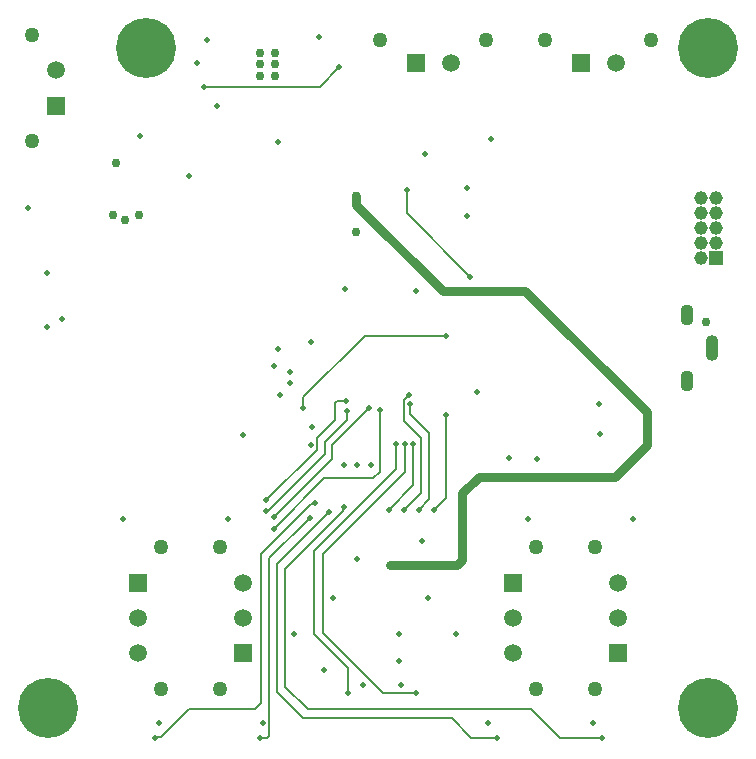
<source format=gbr>
%TF.GenerationSoftware,Altium Limited,Altium Designer,24.5.2 (23)*%
G04 Layer_Physical_Order=4*
G04 Layer_Color=16711680*
%FSLAX45Y45*%
%MOMM*%
%TF.SameCoordinates,627A3E5C-85DC-498E-B9C8-82595492641C*%
%TF.FilePolarity,Positive*%
%TF.FileFunction,Copper,L4,Bot,Signal*%
%TF.Part,Single*%
G01*
G75*
%TA.AperFunction,Conductor*%
%ADD41C,0.76200*%
%ADD42C,0.20320*%
%TA.AperFunction,ViaPad*%
%ADD53C,5.08000*%
%TA.AperFunction,ComponentPad*%
%ADD54C,1.52000*%
%ADD55C,1.27000*%
%ADD56R,1.52000X1.52000*%
%ADD57R,1.15800X1.15800*%
%ADD58C,1.15800*%
%ADD59R,1.52000X1.52000*%
%ADD60O,1.10000X2.20000*%
%ADD61O,1.10000X1.80000*%
%TA.AperFunction,ViaPad*%
%ADD62C,0.50000*%
%ADD63C,0.76200*%
D41*
X3276600Y1587500D02*
X3841563D01*
X3886200Y1632137D02*
Y2197100D01*
X3841563Y1587500D02*
X3886200Y1632137D01*
X5448300Y2603500D02*
Y2882900D01*
X4025900Y2336800D02*
X5181600D01*
X5448300Y2603500D01*
X3721100Y3911600D02*
X4419600D01*
X5448300Y2882900D01*
X3886200Y2197100D02*
X4025900Y2336800D01*
X2989580Y4643120D02*
X3721100Y3911600D01*
X2989580Y4643120D02*
Y4719320D01*
D42*
X2387600Y558800D02*
Y1559560D01*
X2578100Y368300D02*
X4470400D01*
X2387600Y558800D02*
X2578100Y368300D01*
X2707640Y1018540D02*
Y1681480D01*
Y1018540D02*
X3218180Y508000D01*
X3492500D01*
X3416300Y4569460D02*
Y4767580D01*
X2788920Y2611120D02*
X3098800Y2921000D01*
X3263900Y2057400D02*
X3472180Y2265680D01*
X3644900Y2057400D02*
X3746500Y2159000D01*
Y2860040D01*
X3441700Y2870200D02*
Y2951480D01*
Y2870200D02*
X3606800Y2705100D01*
X3393840Y2813920D02*
X3538220Y2669540D01*
X3393840Y2813920D02*
Y2984900D01*
X3439160Y3030220D01*
X2608720Y2110880D02*
X2641740D01*
X2644140Y2113280D01*
X2184400Y1686560D02*
X2608720Y2110880D01*
X3187700Y2382520D02*
Y2903220D01*
X2788920Y2489200D02*
Y2611120D01*
X2727960Y2636520D02*
X2908300Y2816860D01*
Y2898140D01*
X2828763Y2976880D02*
X2905760D01*
X2811780Y2959897D02*
X2828763Y2976880D01*
X2879761Y2074581D02*
X2885440Y2080260D01*
X2387600Y1559560D02*
X2879761Y2051721D01*
Y2074581D01*
X2255520Y146523D02*
Y1648460D01*
X2235997Y127000D02*
X2255520Y146523D01*
Y1648460D02*
X2580780Y1973720D01*
X2585449D02*
X2598009Y1986280D01*
X2580780Y1973720D02*
X2585449D01*
X2758440Y2040417D02*
Y2042160D01*
X2316480Y1598457D02*
X2758440Y2040417D01*
X3416300Y4569460D02*
X3954780Y4030980D01*
X3060700Y3530600D02*
X3746500D01*
X2540000Y3009900D02*
X3060700Y3530600D01*
X2540000Y2921000D02*
Y3009900D01*
X2811780Y2816860D02*
Y2959897D01*
X3472180Y2265680D02*
Y2618740D01*
X3538220Y2204720D02*
Y2669540D01*
X3390900Y2057400D02*
X3538220Y2204720D01*
X3517900Y2057400D02*
X3606800Y2146300D01*
Y2705100D01*
X2316480Y515620D02*
Y1598457D01*
X2184400Y419100D02*
Y1686560D01*
X2540000Y292100D02*
X3797300D01*
X2316480Y515620D02*
X2540000Y292100D01*
X2296160Y1899920D02*
X2720340Y2324100D01*
X3129280D01*
X2296160Y1996440D02*
X2788920Y2489200D01*
X2253579Y2057999D02*
X2727960Y2532380D01*
X2235799Y2057999D02*
X2253579D01*
X2230120Y2052320D02*
X2235799Y2057999D01*
X2727960Y2532380D02*
Y2636520D01*
X2230120Y2138680D02*
X2659380Y2567940D01*
Y2664460D01*
X2633980Y1711960D02*
X3329940Y2407920D01*
X2633980Y1005840D02*
Y1711960D01*
X3329940Y2407920D02*
Y2618740D01*
X2707640Y1681480D02*
X3401060Y2374900D01*
Y2618740D01*
X2633980Y1005840D02*
X2921000Y718820D01*
X3129280Y2324100D02*
X3187700Y2382520D01*
X2659380Y2664460D02*
X2811780Y2816860D01*
X2921000Y508000D02*
Y718820D01*
X2171700Y127000D02*
X2235997D01*
X2133600Y368300D02*
X2184400Y419100D01*
X4470400Y368300D02*
X4711700Y127000D01*
X1574800Y368300D02*
X2133600D01*
X1338180Y131680D02*
X1574800Y368300D01*
X1287380Y131680D02*
X1338180D01*
X1282700Y127000D02*
X1287380Y131680D01*
X3797300Y292100D02*
X3962400Y127000D01*
X4178300D01*
X4711700D02*
X5067300D01*
X1699260Y5638800D02*
X2679700D01*
X2844800Y5803900D01*
D53*
X1206500Y5969000D02*
D03*
X5969000D02*
D03*
Y381000D02*
D03*
X381000D02*
D03*
D54*
X2032000Y1443000D02*
D03*
Y1143000D02*
D03*
X444500Y5778500D02*
D03*
X5189500Y5842000D02*
D03*
X3792500D02*
D03*
X1143000Y1143000D02*
D03*
Y843000D02*
D03*
X4318000Y1143000D02*
D03*
Y843000D02*
D03*
X5207000Y1143000D02*
D03*
Y1443000D02*
D03*
D55*
X1836000Y1743000D02*
D03*
Y543000D02*
D03*
X248500Y5178500D02*
D03*
Y6078500D02*
D03*
X4589500Y6038000D02*
D03*
X5489500Y6038000D02*
D03*
X3192500Y6038000D02*
D03*
X4092500D02*
D03*
X1339000Y1743000D02*
D03*
Y543000D02*
D03*
X4514000Y1743000D02*
D03*
Y543000D02*
D03*
X5011000Y543000D02*
D03*
Y1743000D02*
D03*
D56*
X2032000Y843000D02*
D03*
X444500Y5478500D02*
D03*
X1143000Y1443000D02*
D03*
X4318000D02*
D03*
X5207000Y843000D02*
D03*
D57*
X6032500Y4191000D02*
D03*
D58*
Y4318000D02*
D03*
Y4572000D02*
D03*
X6032500Y4699000D02*
D03*
X5905501Y4191000D02*
D03*
X5905500Y4318001D02*
D03*
X5905500Y4445000D02*
D03*
X5905500Y4572000D02*
D03*
Y4699000D02*
D03*
X6032500Y4445000D02*
D03*
D59*
X4889500Y5842000D02*
D03*
X3492500D02*
D03*
D60*
X6006600Y3429000D02*
D03*
D61*
X5791600Y3709000D02*
D03*
Y3149000D02*
D03*
D62*
X3543300Y1790700D02*
D03*
X2997200Y1638300D02*
D03*
X2346960Y3032760D02*
D03*
X1572260Y4884420D02*
D03*
X3568700Y5072380D02*
D03*
X3416300Y4767580D02*
D03*
X3098800Y2921000D02*
D03*
X3111500Y2438400D02*
D03*
X2882900D02*
D03*
X2997200D02*
D03*
X2598009Y1986280D02*
D03*
X3263900Y2057400D02*
D03*
X3517900D02*
D03*
X3644900D02*
D03*
X3441700Y2951480D02*
D03*
X3439160Y3030220D02*
D03*
X3187700Y2903220D02*
D03*
X2908300Y2898140D02*
D03*
X2905760Y2976880D02*
D03*
X2885440Y2080260D02*
D03*
X2758440Y2042160D02*
D03*
X2644140Y2113280D02*
D03*
X3954780Y4030980D02*
D03*
X1727200Y6032500D02*
D03*
X2717800Y698500D02*
D03*
X2895600Y3924300D02*
D03*
X3276600Y1587500D02*
D03*
X3594100Y1308100D02*
D03*
X4445000Y1981200D02*
D03*
X3492500Y3911600D02*
D03*
X3721100D02*
D03*
X495300Y3670300D02*
D03*
X368300Y3606800D02*
D03*
Y4064000D02*
D03*
X213360Y4610100D02*
D03*
X3746500Y3530600D02*
D03*
X2540000Y2921000D02*
D03*
X3390900Y2057400D02*
D03*
X2296160Y1899920D02*
D03*
Y1996440D02*
D03*
X2230120Y2052320D02*
D03*
Y2138680D02*
D03*
X2461260Y1010920D02*
D03*
X2611520Y2603500D02*
D03*
X3746500Y2860040D02*
D03*
X3472180Y2618740D02*
D03*
X3401060D02*
D03*
X3329940D02*
D03*
X2200040Y254000D02*
D03*
X1282700Y127000D02*
D03*
X1320800Y254000D02*
D03*
X2171700Y127000D02*
D03*
X3492500Y508000D02*
D03*
X3365500Y571500D02*
D03*
X3048000D02*
D03*
X2921000Y508000D02*
D03*
X4178300Y127000D02*
D03*
X5067300D02*
D03*
X4991100Y254000D02*
D03*
X4102100D02*
D03*
X3352800Y1003300D02*
D03*
Y774700D02*
D03*
X2794000Y1308100D02*
D03*
X3835400Y1003300D02*
D03*
X5334000Y1981200D02*
D03*
X1016000D02*
D03*
X1905000D02*
D03*
X4013200Y3053080D02*
D03*
X5054600Y2702560D02*
D03*
X5044440Y2951480D02*
D03*
X4521200Y2491740D02*
D03*
X4282440Y2496820D02*
D03*
X2616200Y2755900D02*
D03*
X3931920Y4780280D02*
D03*
Y4549140D02*
D03*
X4130040Y5196840D02*
D03*
X2029460Y2692400D02*
D03*
X2428240Y3134360D02*
D03*
X2294031Y3276600D02*
D03*
X2428240Y3225800D02*
D03*
X2324100Y3416300D02*
D03*
X2603500Y3482340D02*
D03*
X2331720Y5171440D02*
D03*
X2844800Y5803900D02*
D03*
X1699260Y5638800D02*
D03*
X2677160Y6057900D02*
D03*
X1160780Y5227320D02*
D03*
X1638300Y5842000D02*
D03*
X1808480Y5476240D02*
D03*
D63*
X5448300Y2743200D02*
D03*
X1148080Y4551680D02*
D03*
X5948680Y3647440D02*
D03*
X2989580Y4719320D02*
D03*
X960120Y4998720D02*
D03*
X1036320Y4516120D02*
D03*
X934052Y4551198D02*
D03*
X2992120Y4411980D02*
D03*
X2298700Y5925820D02*
D03*
X2171700Y5732780D02*
D03*
X2298700D02*
D03*
X2171700Y5829300D02*
D03*
X2298700D02*
D03*
X2171700Y5925820D02*
D03*
%TF.MD5,05ec8616e207747ce5db68fc352c5e84*%
M02*

</source>
